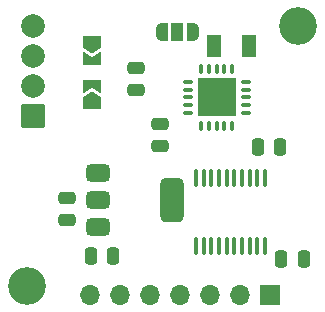
<source format=gbr>
%TF.GenerationSoftware,KiCad,Pcbnew,8.0.4*%
%TF.CreationDate,2024-10-25T14:16:06-05:00*%
%TF.ProjectId,weather-station-rtd,77656174-6865-4722-9d73-746174696f6e,rev?*%
%TF.SameCoordinates,Original*%
%TF.FileFunction,Soldermask,Top*%
%TF.FilePolarity,Negative*%
%FSLAX46Y46*%
G04 Gerber Fmt 4.6, Leading zero omitted, Abs format (unit mm)*
G04 Created by KiCad (PCBNEW 8.0.4) date 2024-10-25 14:16:06*
%MOMM*%
%LPD*%
G01*
G04 APERTURE LIST*
G04 Aperture macros list*
%AMRoundRect*
0 Rectangle with rounded corners*
0 $1 Rounding radius*
0 $2 $3 $4 $5 $6 $7 $8 $9 X,Y pos of 4 corners*
0 Add a 4 corners polygon primitive as box body*
4,1,4,$2,$3,$4,$5,$6,$7,$8,$9,$2,$3,0*
0 Add four circle primitives for the rounded corners*
1,1,$1+$1,$2,$3*
1,1,$1+$1,$4,$5*
1,1,$1+$1,$6,$7*
1,1,$1+$1,$8,$9*
0 Add four rect primitives between the rounded corners*
20,1,$1+$1,$2,$3,$4,$5,0*
20,1,$1+$1,$4,$5,$6,$7,0*
20,1,$1+$1,$6,$7,$8,$9,0*
20,1,$1+$1,$8,$9,$2,$3,0*%
%AMFreePoly0*
4,1,19,0.550000,-0.750000,0.000000,-0.750000,0.000000,-0.744911,-0.071157,-0.744911,-0.207708,-0.704816,-0.327430,-0.627875,-0.420627,-0.520320,-0.479746,-0.390866,-0.500000,-0.250000,-0.500000,0.250000,-0.479746,0.390866,-0.420627,0.520320,-0.327430,0.627875,-0.207708,0.704816,-0.071157,0.744911,0.000000,0.744911,0.000000,0.750000,0.550000,0.750000,0.550000,-0.750000,0.550000,-0.750000,
$1*%
%AMFreePoly1*
4,1,19,0.000000,0.744911,0.071157,0.744911,0.207708,0.704816,0.327430,0.627875,0.420627,0.520320,0.479746,0.390866,0.500000,0.250000,0.500000,-0.250000,0.479746,-0.390866,0.420627,-0.520320,0.327430,-0.627875,0.207708,-0.704816,0.071157,-0.744911,0.000000,-0.744911,0.000000,-0.750000,-0.550000,-0.750000,-0.550000,0.750000,0.000000,0.750000,0.000000,0.744911,0.000000,0.744911,
$1*%
%AMFreePoly2*
4,1,6,1.000000,0.000000,0.500000,-0.750000,-0.500000,-0.750000,-0.500000,0.750000,0.500000,0.750000,1.000000,0.000000,1.000000,0.000000,$1*%
%AMFreePoly3*
4,1,6,0.500000,-0.750000,-0.650000,-0.750000,-0.150000,0.000000,-0.650000,0.750000,0.500000,0.750000,0.500000,-0.750000,0.500000,-0.750000,$1*%
G04 Aperture macros list end*
%ADD10RoundRect,0.102000X-0.485000X-0.865000X0.485000X-0.865000X0.485000X0.865000X-0.485000X0.865000X0*%
%ADD11FreePoly0,0.000000*%
%ADD12R,1.000000X1.500000*%
%ADD13FreePoly1,0.000000*%
%ADD14RoundRect,0.250000X-0.250000X-0.475000X0.250000X-0.475000X0.250000X0.475000X-0.250000X0.475000X0*%
%ADD15C,3.200000*%
%ADD16FreePoly2,90.000000*%
%ADD17FreePoly3,90.000000*%
%ADD18RoundRect,0.250000X-0.475000X0.250000X-0.475000X-0.250000X0.475000X-0.250000X0.475000X0.250000X0*%
%ADD19RoundRect,0.250000X0.475000X-0.250000X0.475000X0.250000X-0.475000X0.250000X-0.475000X-0.250000X0*%
%ADD20RoundRect,0.075000X-0.075000X0.337500X-0.075000X-0.337500X0.075000X-0.337500X0.075000X0.337500X0*%
%ADD21RoundRect,0.075000X-0.337500X0.075000X-0.337500X-0.075000X0.337500X-0.075000X0.337500X0.075000X0*%
%ADD22R,3.250000X3.250000*%
%ADD23RoundRect,0.100000X-0.100000X0.637500X-0.100000X-0.637500X0.100000X-0.637500X0.100000X0.637500X0*%
%ADD24RoundRect,0.102000X0.900000X-0.900000X0.900000X0.900000X-0.900000X0.900000X-0.900000X-0.900000X0*%
%ADD25C,2.004000*%
%ADD26FreePoly2,270.000000*%
%ADD27FreePoly3,270.000000*%
%ADD28RoundRect,0.375000X-0.625000X-0.375000X0.625000X-0.375000X0.625000X0.375000X-0.625000X0.375000X0*%
%ADD29RoundRect,0.500000X-0.500000X-1.400000X0.500000X-1.400000X0.500000X1.400000X-0.500000X1.400000X0*%
%ADD30R,1.700000X1.700000*%
%ADD31O,1.700000X1.700000*%
G04 APERTURE END LIST*
D10*
%TO.C,R1*%
X165855200Y-91998800D03*
X168815200Y-91998800D03*
%TD*%
D11*
%TO.C,JP3*%
X161450000Y-90750000D03*
D12*
X162750000Y-90750000D03*
D13*
X164050000Y-90750000D03*
%TD*%
D14*
%TO.C,C4*%
X171550000Y-110000000D03*
X173450000Y-110000000D03*
%TD*%
D15*
%TO.C,H1*%
X150000000Y-112250000D03*
%TD*%
D16*
%TO.C,JP1*%
X155500000Y-96785000D03*
D17*
X155500000Y-95335000D03*
%TD*%
D18*
%TO.C,C3*%
X159250000Y-93800000D03*
X159250000Y-95700000D03*
%TD*%
D19*
%TO.C,R2*%
X161250000Y-100450000D03*
X161250000Y-98550000D03*
%TD*%
D14*
%TO.C,C1*%
X155450000Y-109750000D03*
X157350000Y-109750000D03*
%TD*%
D20*
%TO.C,U1*%
X167400000Y-93875000D03*
X166750000Y-93875000D03*
X166100000Y-93875000D03*
X165450000Y-93875000D03*
X164800000Y-93875000D03*
D21*
X163662500Y-95012500D03*
X163662500Y-95662500D03*
X163662500Y-96312500D03*
X163662500Y-96962500D03*
X163662500Y-97612500D03*
D20*
X164800000Y-98750000D03*
X165450000Y-98750000D03*
X166100000Y-98750000D03*
X166750000Y-98750000D03*
X167400000Y-98750000D03*
D21*
X168537500Y-97612500D03*
X168537500Y-96962500D03*
X168537500Y-96312500D03*
X168537500Y-95662500D03*
X168537500Y-95012500D03*
D22*
X166100000Y-96312500D03*
%TD*%
D23*
%TO.C,U3*%
X170175000Y-103137500D03*
X169525000Y-103137500D03*
X168875000Y-103137500D03*
X168225000Y-103137500D03*
X167575000Y-103137500D03*
X166925000Y-103137500D03*
X166275000Y-103137500D03*
X165625000Y-103137500D03*
X164975000Y-103137500D03*
X164325000Y-103137500D03*
X164325000Y-108862500D03*
X164975000Y-108862500D03*
X165625000Y-108862500D03*
X166275000Y-108862500D03*
X166925000Y-108862500D03*
X167575000Y-108862500D03*
X168225000Y-108862500D03*
X168875000Y-108862500D03*
X169525000Y-108862500D03*
X170175000Y-108862500D03*
%TD*%
D24*
%TO.C,J2*%
X150500000Y-97870000D03*
D25*
X150500000Y-95330000D03*
X150500000Y-92790000D03*
X150500000Y-90250000D03*
%TD*%
D14*
%TO.C,C5*%
X169550000Y-100500000D03*
X171450000Y-100500000D03*
%TD*%
D18*
%TO.C,C2*%
X153400000Y-104800000D03*
X153400000Y-106700000D03*
%TD*%
D15*
%TO.C,H2*%
X173000000Y-90250000D03*
%TD*%
D26*
%TO.C,JP2*%
X155500000Y-91585000D03*
D27*
X155500000Y-93035000D03*
%TD*%
D28*
%TO.C,U2*%
X156000000Y-102700000D03*
X156000000Y-105000000D03*
D29*
X162300000Y-105000000D03*
D28*
X156000000Y-107300000D03*
%TD*%
D30*
%TO.C,J1*%
X170580000Y-113000000D03*
D31*
X168040000Y-113000000D03*
X165500000Y-113000000D03*
X162960000Y-113000000D03*
X160420000Y-113000000D03*
X157880000Y-113000000D03*
X155340000Y-113000000D03*
%TD*%
M02*

</source>
